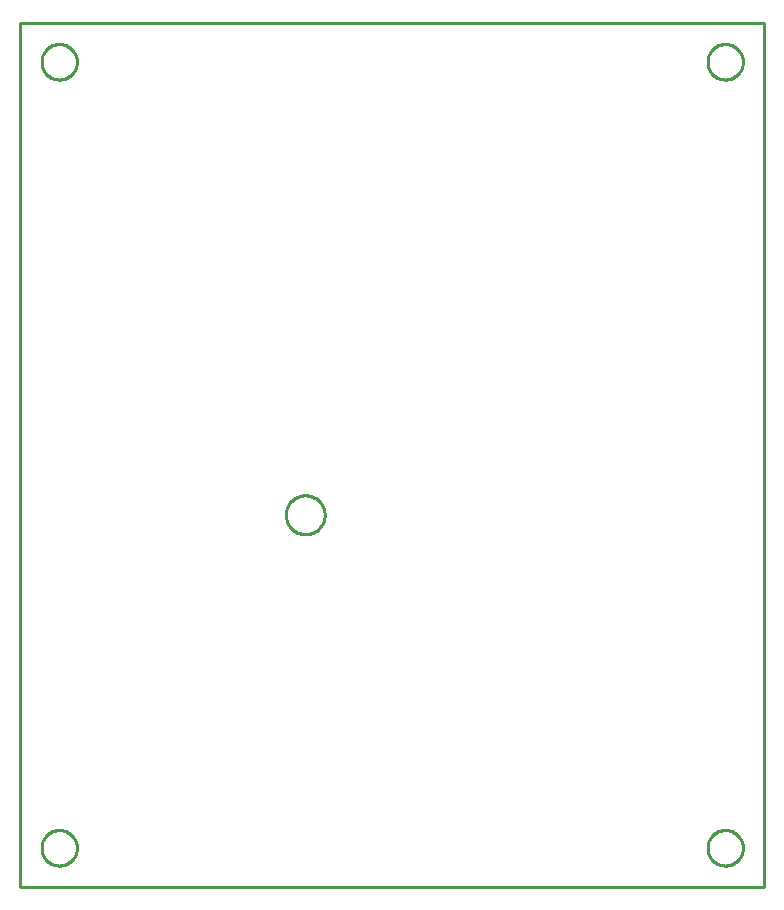
<source format=gbr>
G04 EAGLE Gerber RS-274X export*
G75*
%MOMM*%
%FSLAX34Y34*%
%LPD*%
%IN*%
%IPPOS*%
%AMOC8*
5,1,8,0,0,1.08239X$1,22.5*%
G01*
%ADD10C,0.254000*%


D10*
X2486Y-175262D02*
X632460Y-175262D01*
X632460Y556260D01*
X2486Y556260D01*
X2486Y-175262D01*
X50560Y-142776D02*
X50484Y-143844D01*
X50331Y-144905D01*
X50103Y-145952D01*
X49801Y-146980D01*
X49427Y-147984D01*
X48982Y-148959D01*
X48468Y-149899D01*
X47889Y-150800D01*
X47247Y-151658D01*
X46545Y-152468D01*
X45788Y-153225D01*
X44978Y-153927D01*
X44120Y-154569D01*
X43219Y-155148D01*
X42279Y-155662D01*
X41304Y-156107D01*
X40300Y-156481D01*
X39272Y-156783D01*
X38225Y-157011D01*
X37164Y-157164D01*
X36096Y-157240D01*
X35024Y-157240D01*
X33956Y-157164D01*
X32895Y-157011D01*
X31848Y-156783D01*
X30820Y-156481D01*
X29816Y-156107D01*
X28841Y-155662D01*
X27901Y-155148D01*
X27000Y-154569D01*
X26142Y-153927D01*
X25332Y-153225D01*
X24575Y-152468D01*
X23873Y-151658D01*
X23231Y-150800D01*
X22652Y-149899D01*
X22138Y-148959D01*
X21693Y-147984D01*
X21319Y-146980D01*
X21017Y-145952D01*
X20789Y-144905D01*
X20636Y-143844D01*
X20560Y-142776D01*
X20560Y-141704D01*
X20636Y-140636D01*
X20789Y-139575D01*
X21017Y-138528D01*
X21319Y-137500D01*
X21693Y-136496D01*
X22138Y-135521D01*
X22652Y-134581D01*
X23231Y-133680D01*
X23873Y-132822D01*
X24575Y-132012D01*
X25332Y-131255D01*
X26142Y-130553D01*
X27000Y-129911D01*
X27901Y-129332D01*
X28841Y-128818D01*
X29816Y-128373D01*
X30820Y-127999D01*
X31848Y-127697D01*
X32895Y-127469D01*
X33956Y-127316D01*
X35024Y-127240D01*
X36096Y-127240D01*
X37164Y-127316D01*
X38225Y-127469D01*
X39272Y-127697D01*
X40300Y-127999D01*
X41304Y-128373D01*
X42279Y-128818D01*
X43219Y-129332D01*
X44120Y-129911D01*
X44978Y-130553D01*
X45788Y-131255D01*
X46545Y-132012D01*
X47247Y-132822D01*
X47889Y-133680D01*
X48468Y-134581D01*
X48982Y-135521D01*
X49427Y-136496D01*
X49801Y-137500D01*
X50103Y-138528D01*
X50331Y-139575D01*
X50484Y-140636D01*
X50560Y-141704D01*
X50560Y-142776D01*
X614440Y-142776D02*
X614364Y-143844D01*
X614211Y-144905D01*
X613983Y-145952D01*
X613681Y-146980D01*
X613307Y-147984D01*
X612862Y-148959D01*
X612348Y-149899D01*
X611769Y-150800D01*
X611127Y-151658D01*
X610425Y-152468D01*
X609668Y-153225D01*
X608858Y-153927D01*
X608000Y-154569D01*
X607099Y-155148D01*
X606159Y-155662D01*
X605184Y-156107D01*
X604180Y-156481D01*
X603152Y-156783D01*
X602105Y-157011D01*
X601044Y-157164D01*
X599976Y-157240D01*
X598904Y-157240D01*
X597836Y-157164D01*
X596775Y-157011D01*
X595728Y-156783D01*
X594700Y-156481D01*
X593696Y-156107D01*
X592721Y-155662D01*
X591781Y-155148D01*
X590880Y-154569D01*
X590022Y-153927D01*
X589212Y-153225D01*
X588455Y-152468D01*
X587753Y-151658D01*
X587111Y-150800D01*
X586532Y-149899D01*
X586018Y-148959D01*
X585573Y-147984D01*
X585199Y-146980D01*
X584897Y-145952D01*
X584669Y-144905D01*
X584516Y-143844D01*
X584440Y-142776D01*
X584440Y-141704D01*
X584516Y-140636D01*
X584669Y-139575D01*
X584897Y-138528D01*
X585199Y-137500D01*
X585573Y-136496D01*
X586018Y-135521D01*
X586532Y-134581D01*
X587111Y-133680D01*
X587753Y-132822D01*
X588455Y-132012D01*
X589212Y-131255D01*
X590022Y-130553D01*
X590880Y-129911D01*
X591781Y-129332D01*
X592721Y-128818D01*
X593696Y-128373D01*
X594700Y-127999D01*
X595728Y-127697D01*
X596775Y-127469D01*
X597836Y-127316D01*
X598904Y-127240D01*
X599976Y-127240D01*
X601044Y-127316D01*
X602105Y-127469D01*
X603152Y-127697D01*
X604180Y-127999D01*
X605184Y-128373D01*
X606159Y-128818D01*
X607099Y-129332D01*
X608000Y-129911D01*
X608858Y-130553D01*
X609668Y-131255D01*
X610425Y-132012D01*
X611127Y-132822D01*
X611769Y-133680D01*
X612348Y-134581D01*
X612862Y-135521D01*
X613307Y-136496D01*
X613681Y-137500D01*
X613983Y-138528D01*
X614211Y-139575D01*
X614364Y-140636D01*
X614440Y-141704D01*
X614440Y-142776D01*
X614440Y522704D02*
X614364Y521636D01*
X614211Y520575D01*
X613983Y519528D01*
X613681Y518500D01*
X613307Y517496D01*
X612862Y516521D01*
X612348Y515581D01*
X611769Y514680D01*
X611127Y513822D01*
X610425Y513012D01*
X609668Y512255D01*
X608858Y511553D01*
X608000Y510911D01*
X607099Y510332D01*
X606159Y509818D01*
X605184Y509373D01*
X604180Y508999D01*
X603152Y508697D01*
X602105Y508469D01*
X601044Y508316D01*
X599976Y508240D01*
X598904Y508240D01*
X597836Y508316D01*
X596775Y508469D01*
X595728Y508697D01*
X594700Y508999D01*
X593696Y509373D01*
X592721Y509818D01*
X591781Y510332D01*
X590880Y510911D01*
X590022Y511553D01*
X589212Y512255D01*
X588455Y513012D01*
X587753Y513822D01*
X587111Y514680D01*
X586532Y515581D01*
X586018Y516521D01*
X585573Y517496D01*
X585199Y518500D01*
X584897Y519528D01*
X584669Y520575D01*
X584516Y521636D01*
X584440Y522704D01*
X584440Y523776D01*
X584516Y524844D01*
X584669Y525905D01*
X584897Y526952D01*
X585199Y527980D01*
X585573Y528984D01*
X586018Y529959D01*
X586532Y530899D01*
X587111Y531800D01*
X587753Y532658D01*
X588455Y533468D01*
X589212Y534225D01*
X590022Y534927D01*
X590880Y535569D01*
X591781Y536148D01*
X592721Y536662D01*
X593696Y537107D01*
X594700Y537481D01*
X595728Y537783D01*
X596775Y538011D01*
X597836Y538164D01*
X598904Y538240D01*
X599976Y538240D01*
X601044Y538164D01*
X602105Y538011D01*
X603152Y537783D01*
X604180Y537481D01*
X605184Y537107D01*
X606159Y536662D01*
X607099Y536148D01*
X608000Y535569D01*
X608858Y534927D01*
X609668Y534225D01*
X610425Y533468D01*
X611127Y532658D01*
X611769Y531800D01*
X612348Y530899D01*
X612862Y529959D01*
X613307Y528984D01*
X613681Y527980D01*
X613983Y526952D01*
X614211Y525905D01*
X614364Y524844D01*
X614440Y523776D01*
X614440Y522704D01*
X50560Y522704D02*
X50484Y521636D01*
X50331Y520575D01*
X50103Y519528D01*
X49801Y518500D01*
X49427Y517496D01*
X48982Y516521D01*
X48468Y515581D01*
X47889Y514680D01*
X47247Y513822D01*
X46545Y513012D01*
X45788Y512255D01*
X44978Y511553D01*
X44120Y510911D01*
X43219Y510332D01*
X42279Y509818D01*
X41304Y509373D01*
X40300Y508999D01*
X39272Y508697D01*
X38225Y508469D01*
X37164Y508316D01*
X36096Y508240D01*
X35024Y508240D01*
X33956Y508316D01*
X32895Y508469D01*
X31848Y508697D01*
X30820Y508999D01*
X29816Y509373D01*
X28841Y509818D01*
X27901Y510332D01*
X27000Y510911D01*
X26142Y511553D01*
X25332Y512255D01*
X24575Y513012D01*
X23873Y513822D01*
X23231Y514680D01*
X22652Y515581D01*
X22138Y516521D01*
X21693Y517496D01*
X21319Y518500D01*
X21017Y519528D01*
X20789Y520575D01*
X20636Y521636D01*
X20560Y522704D01*
X20560Y523776D01*
X20636Y524844D01*
X20789Y525905D01*
X21017Y526952D01*
X21319Y527980D01*
X21693Y528984D01*
X22138Y529959D01*
X22652Y530899D01*
X23231Y531800D01*
X23873Y532658D01*
X24575Y533468D01*
X25332Y534225D01*
X26142Y534927D01*
X27000Y535569D01*
X27901Y536148D01*
X28841Y536662D01*
X29816Y537107D01*
X30820Y537481D01*
X31848Y537783D01*
X32895Y538011D01*
X33956Y538164D01*
X35024Y538240D01*
X36096Y538240D01*
X37164Y538164D01*
X38225Y538011D01*
X39272Y537783D01*
X40300Y537481D01*
X41304Y537107D01*
X42279Y536662D01*
X43219Y536148D01*
X44120Y535569D01*
X44978Y534927D01*
X45788Y534225D01*
X46545Y533468D01*
X47247Y532658D01*
X47889Y531800D01*
X48468Y530899D01*
X48982Y529959D01*
X49427Y528984D01*
X49801Y527980D01*
X50103Y526952D01*
X50331Y525905D01*
X50484Y524844D01*
X50560Y523776D01*
X50560Y522704D01*
X244380Y156210D02*
X245459Y156139D01*
X246531Y155998D01*
X247591Y155787D01*
X248635Y155508D01*
X249659Y155160D01*
X250657Y154746D01*
X251627Y154268D01*
X252563Y153728D01*
X253462Y153127D01*
X254319Y152469D01*
X255132Y151757D01*
X255897Y150992D01*
X256609Y150179D01*
X257267Y149322D01*
X257868Y148423D01*
X258408Y147487D01*
X258886Y146517D01*
X259300Y145519D01*
X259648Y144495D01*
X259927Y143451D01*
X260138Y142391D01*
X260279Y141319D01*
X260350Y140240D01*
X260350Y139160D01*
X260279Y138081D01*
X260138Y137009D01*
X259927Y135949D01*
X259648Y134905D01*
X259300Y133881D01*
X258886Y132883D01*
X258408Y131913D01*
X257868Y130977D01*
X257267Y130078D01*
X256609Y129221D01*
X255897Y128408D01*
X255132Y127644D01*
X254319Y126931D01*
X253462Y126273D01*
X252563Y125672D01*
X251627Y125132D01*
X250657Y124654D01*
X249659Y124240D01*
X248635Y123892D01*
X247591Y123613D01*
X246531Y123402D01*
X245459Y123261D01*
X244380Y123190D01*
X243300Y123190D01*
X242221Y123261D01*
X241149Y123402D01*
X240089Y123613D01*
X239045Y123892D01*
X238021Y124240D01*
X237023Y124654D01*
X236053Y125132D01*
X235117Y125672D01*
X234218Y126273D01*
X233361Y126931D01*
X232548Y127644D01*
X231784Y128408D01*
X231071Y129221D01*
X230413Y130078D01*
X229812Y130977D01*
X229272Y131913D01*
X228794Y132883D01*
X228380Y133881D01*
X228032Y134905D01*
X227753Y135949D01*
X227542Y137009D01*
X227401Y138081D01*
X227330Y139160D01*
X227330Y140240D01*
X227401Y141319D01*
X227542Y142391D01*
X227753Y143451D01*
X228032Y144495D01*
X228380Y145519D01*
X228794Y146517D01*
X229272Y147487D01*
X229812Y148423D01*
X230413Y149322D01*
X231071Y150179D01*
X231784Y150992D01*
X232548Y151757D01*
X233361Y152469D01*
X234218Y153127D01*
X235117Y153728D01*
X236053Y154268D01*
X237023Y154746D01*
X238021Y155160D01*
X239045Y155508D01*
X240089Y155787D01*
X241149Y155998D01*
X242221Y156139D01*
X243300Y156210D01*
X244380Y156210D01*
M02*

</source>
